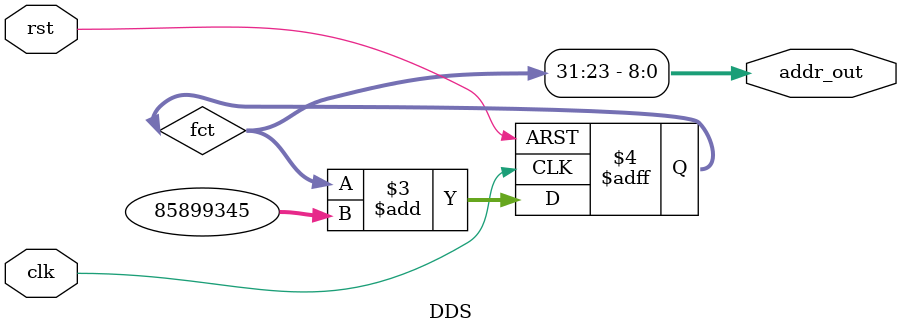
<source format=v>
module DDS
         (
         clk,
         rst,
         addr_out
         );
input clk,rst;
output [8:0] addr_out;
reg  [31:0] fct;
parameter K = 85899345;
// Fout = (clk*K)/2^N
always@(posedge clk or negedge rst)
begin
   if(!rst)
      fct <= 32'd0;
    else fct <= fct + K;
end 

assign addr_out = fct[31:23];
endmodule
</source>
